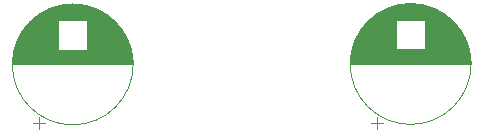
<source format=gbr>
%TF.GenerationSoftware,KiCad,Pcbnew,7.0.1*%
%TF.CreationDate,2024-05-21T14:39:34-07:00*%
%TF.ProjectId,Power_Filter_Board_V1,506f7765-725f-4466-996c-7465725f426f,rev?*%
%TF.SameCoordinates,Original*%
%TF.FileFunction,Legend,Top*%
%TF.FilePolarity,Positive*%
%FSLAX46Y46*%
G04 Gerber Fmt 4.6, Leading zero omitted, Abs format (unit mm)*
G04 Created by KiCad (PCBNEW 7.0.1) date 2024-05-21 14:39:34*
%MOMM*%
%LPD*%
G01*
G04 APERTURE LIST*
%ADD10C,0.120000*%
G04 APERTURE END LIST*
D10*
%TO.C,REF\u002A\u002A*%
X127535000Y-105947323D02*
X127535000Y-104947323D01*
X127035000Y-105447323D02*
X128035000Y-105447323D01*
X125330000Y-100467677D02*
X135490000Y-100467677D01*
X125330000Y-100427677D02*
X135490000Y-100427677D01*
X125330000Y-100387677D02*
X135490000Y-100387677D01*
X125331000Y-100347677D02*
X135489000Y-100347677D01*
X125332000Y-100307677D02*
X135488000Y-100307677D01*
X125333000Y-100267677D02*
X135487000Y-100267677D01*
X125335000Y-100227677D02*
X135485000Y-100227677D01*
X125337000Y-100187677D02*
X135483000Y-100187677D01*
X125340000Y-100147677D02*
X135480000Y-100147677D01*
X125342000Y-100107677D02*
X135478000Y-100107677D01*
X125345000Y-100067677D02*
X135475000Y-100067677D01*
X125348000Y-100027677D02*
X135472000Y-100027677D01*
X125352000Y-99987677D02*
X135468000Y-99987677D01*
X125356000Y-99947677D02*
X135464000Y-99947677D01*
X125360000Y-99907677D02*
X135460000Y-99907677D01*
X125365000Y-99867677D02*
X135455000Y-99867677D01*
X125370000Y-99827677D02*
X135450000Y-99827677D01*
X125375000Y-99787677D02*
X135445000Y-99787677D01*
X125380000Y-99746677D02*
X135440000Y-99746677D01*
X125386000Y-99706677D02*
X135434000Y-99706677D01*
X125392000Y-99666677D02*
X135428000Y-99666677D01*
X125399000Y-99626677D02*
X135421000Y-99626677D01*
X125406000Y-99586677D02*
X135414000Y-99586677D01*
X125413000Y-99546677D02*
X135407000Y-99546677D01*
X125420000Y-99506677D02*
X135400000Y-99506677D01*
X125428000Y-99466677D02*
X135392000Y-99466677D01*
X125436000Y-99426677D02*
X135384000Y-99426677D01*
X125445000Y-99386677D02*
X135375000Y-99386677D01*
X125454000Y-99346677D02*
X135366000Y-99346677D01*
X125463000Y-99306677D02*
X135357000Y-99306677D01*
X125472000Y-99266677D02*
X135348000Y-99266677D01*
X125482000Y-99226677D02*
X135338000Y-99226677D01*
X125492000Y-99186677D02*
X129169000Y-99186677D01*
X131651000Y-99186677D02*
X135328000Y-99186677D01*
X125503000Y-99146677D02*
X129169000Y-99146677D01*
X131651000Y-99146677D02*
X135317000Y-99146677D01*
X125513000Y-99106677D02*
X129169000Y-99106677D01*
X131651000Y-99106677D02*
X135307000Y-99106677D01*
X125525000Y-99066677D02*
X129169000Y-99066677D01*
X131651000Y-99066677D02*
X135295000Y-99066677D01*
X125536000Y-99026677D02*
X129169000Y-99026677D01*
X131651000Y-99026677D02*
X135284000Y-99026677D01*
X125548000Y-98986677D02*
X129169000Y-98986677D01*
X131651000Y-98986677D02*
X135272000Y-98986677D01*
X125560000Y-98946677D02*
X129169000Y-98946677D01*
X131651000Y-98946677D02*
X135260000Y-98946677D01*
X125573000Y-98906677D02*
X129169000Y-98906677D01*
X131651000Y-98906677D02*
X135247000Y-98906677D01*
X125586000Y-98866677D02*
X129169000Y-98866677D01*
X131651000Y-98866677D02*
X135234000Y-98866677D01*
X125599000Y-98826677D02*
X129169000Y-98826677D01*
X131651000Y-98826677D02*
X135221000Y-98826677D01*
X125613000Y-98786677D02*
X129169000Y-98786677D01*
X131651000Y-98786677D02*
X135207000Y-98786677D01*
X125627000Y-98746677D02*
X129169000Y-98746677D01*
X131651000Y-98746677D02*
X135193000Y-98746677D01*
X125642000Y-98706677D02*
X129169000Y-98706677D01*
X131651000Y-98706677D02*
X135178000Y-98706677D01*
X125656000Y-98666677D02*
X129169000Y-98666677D01*
X131651000Y-98666677D02*
X135164000Y-98666677D01*
X125672000Y-98626677D02*
X129169000Y-98626677D01*
X131651000Y-98626677D02*
X135148000Y-98626677D01*
X125687000Y-98586677D02*
X129169000Y-98586677D01*
X131651000Y-98586677D02*
X135133000Y-98586677D01*
X125703000Y-98546677D02*
X129169000Y-98546677D01*
X131651000Y-98546677D02*
X135117000Y-98546677D01*
X125720000Y-98506677D02*
X129169000Y-98506677D01*
X131651000Y-98506677D02*
X135100000Y-98506677D01*
X125736000Y-98466677D02*
X129169000Y-98466677D01*
X131651000Y-98466677D02*
X135084000Y-98466677D01*
X125753000Y-98426677D02*
X129169000Y-98426677D01*
X131651000Y-98426677D02*
X135067000Y-98426677D01*
X125771000Y-98386677D02*
X129169000Y-98386677D01*
X131651000Y-98386677D02*
X135049000Y-98386677D01*
X125789000Y-98346677D02*
X129169000Y-98346677D01*
X131651000Y-98346677D02*
X135031000Y-98346677D01*
X125807000Y-98306677D02*
X129169000Y-98306677D01*
X131651000Y-98306677D02*
X135013000Y-98306677D01*
X125826000Y-98266677D02*
X129169000Y-98266677D01*
X131651000Y-98266677D02*
X134994000Y-98266677D01*
X125846000Y-98226677D02*
X129169000Y-98226677D01*
X131651000Y-98226677D02*
X134974000Y-98226677D01*
X125865000Y-98186677D02*
X129169000Y-98186677D01*
X131651000Y-98186677D02*
X134955000Y-98186677D01*
X125885000Y-98146677D02*
X129169000Y-98146677D01*
X131651000Y-98146677D02*
X134935000Y-98146677D01*
X125906000Y-98106677D02*
X129169000Y-98106677D01*
X131651000Y-98106677D02*
X134914000Y-98106677D01*
X125927000Y-98066677D02*
X129169000Y-98066677D01*
X131651000Y-98066677D02*
X134893000Y-98066677D01*
X125948000Y-98026677D02*
X129169000Y-98026677D01*
X131651000Y-98026677D02*
X134872000Y-98026677D01*
X125970000Y-97986677D02*
X129169000Y-97986677D01*
X131651000Y-97986677D02*
X134850000Y-97986677D01*
X125993000Y-97946677D02*
X129169000Y-97946677D01*
X131651000Y-97946677D02*
X134827000Y-97946677D01*
X126015000Y-97906677D02*
X129169000Y-97906677D01*
X131651000Y-97906677D02*
X134805000Y-97906677D01*
X126039000Y-97866677D02*
X129169000Y-97866677D01*
X131651000Y-97866677D02*
X134781000Y-97866677D01*
X126063000Y-97826677D02*
X129169000Y-97826677D01*
X131651000Y-97826677D02*
X134757000Y-97826677D01*
X126087000Y-97786677D02*
X129169000Y-97786677D01*
X131651000Y-97786677D02*
X134733000Y-97786677D01*
X126112000Y-97746677D02*
X129169000Y-97746677D01*
X131651000Y-97746677D02*
X134708000Y-97746677D01*
X126137000Y-97706677D02*
X129169000Y-97706677D01*
X131651000Y-97706677D02*
X134683000Y-97706677D01*
X126163000Y-97666677D02*
X129169000Y-97666677D01*
X131651000Y-97666677D02*
X134657000Y-97666677D01*
X126189000Y-97626677D02*
X129169000Y-97626677D01*
X131651000Y-97626677D02*
X134631000Y-97626677D01*
X126216000Y-97586677D02*
X129169000Y-97586677D01*
X131651000Y-97586677D02*
X134604000Y-97586677D01*
X126244000Y-97546677D02*
X129169000Y-97546677D01*
X131651000Y-97546677D02*
X134576000Y-97546677D01*
X126272000Y-97506677D02*
X129169000Y-97506677D01*
X131651000Y-97506677D02*
X134548000Y-97506677D01*
X126300000Y-97466677D02*
X129169000Y-97466677D01*
X131651000Y-97466677D02*
X134520000Y-97466677D01*
X126330000Y-97426677D02*
X129169000Y-97426677D01*
X131651000Y-97426677D02*
X134490000Y-97426677D01*
X126360000Y-97386677D02*
X129169000Y-97386677D01*
X131651000Y-97386677D02*
X134460000Y-97386677D01*
X126390000Y-97346677D02*
X129169000Y-97346677D01*
X131651000Y-97346677D02*
X134430000Y-97346677D01*
X126421000Y-97306677D02*
X129169000Y-97306677D01*
X131651000Y-97306677D02*
X134399000Y-97306677D01*
X126453000Y-97266677D02*
X129169000Y-97266677D01*
X131651000Y-97266677D02*
X134367000Y-97266677D01*
X126485000Y-97226677D02*
X129169000Y-97226677D01*
X131651000Y-97226677D02*
X134335000Y-97226677D01*
X126518000Y-97186677D02*
X129169000Y-97186677D01*
X131651000Y-97186677D02*
X134302000Y-97186677D01*
X126552000Y-97146677D02*
X129169000Y-97146677D01*
X131651000Y-97146677D02*
X134268000Y-97146677D01*
X126586000Y-97106677D02*
X129169000Y-97106677D01*
X131651000Y-97106677D02*
X134234000Y-97106677D01*
X126621000Y-97066677D02*
X129169000Y-97066677D01*
X131651000Y-97066677D02*
X134199000Y-97066677D01*
X126657000Y-97026677D02*
X129169000Y-97026677D01*
X131651000Y-97026677D02*
X134163000Y-97026677D01*
X126694000Y-96986677D02*
X129169000Y-96986677D01*
X131651000Y-96986677D02*
X134126000Y-96986677D01*
X126731000Y-96946677D02*
X129169000Y-96946677D01*
X131651000Y-96946677D02*
X134089000Y-96946677D01*
X126770000Y-96906677D02*
X129169000Y-96906677D01*
X131651000Y-96906677D02*
X134050000Y-96906677D01*
X126809000Y-96866677D02*
X129169000Y-96866677D01*
X131651000Y-96866677D02*
X134011000Y-96866677D01*
X126849000Y-96826677D02*
X129169000Y-96826677D01*
X131651000Y-96826677D02*
X133971000Y-96826677D01*
X126890000Y-96786677D02*
X129169000Y-96786677D01*
X131651000Y-96786677D02*
X133930000Y-96786677D01*
X126932000Y-96746677D02*
X129169000Y-96746677D01*
X131651000Y-96746677D02*
X133888000Y-96746677D01*
X126974000Y-96706677D02*
X133846000Y-96706677D01*
X127018000Y-96666677D02*
X133802000Y-96666677D01*
X127063000Y-96626677D02*
X133757000Y-96626677D01*
X127109000Y-96586677D02*
X133711000Y-96586677D01*
X127156000Y-96546677D02*
X133664000Y-96546677D01*
X127204000Y-96506677D02*
X133616000Y-96506677D01*
X127254000Y-96466677D02*
X133566000Y-96466677D01*
X127304000Y-96426677D02*
X133516000Y-96426677D01*
X127356000Y-96386677D02*
X133464000Y-96386677D01*
X127410000Y-96346677D02*
X133410000Y-96346677D01*
X127465000Y-96306677D02*
X133355000Y-96306677D01*
X127521000Y-96266677D02*
X133299000Y-96266677D01*
X127580000Y-96226677D02*
X133240000Y-96226677D01*
X127640000Y-96186677D02*
X133180000Y-96186677D01*
X127701000Y-96146677D02*
X133119000Y-96146677D01*
X127765000Y-96106677D02*
X133055000Y-96106677D01*
X127831000Y-96066677D02*
X132989000Y-96066677D01*
X127900000Y-96026677D02*
X132920000Y-96026677D01*
X127971000Y-95986677D02*
X132849000Y-95986677D01*
X128045000Y-95946677D02*
X132775000Y-95946677D01*
X128121000Y-95906677D02*
X132699000Y-95906677D01*
X128201000Y-95866677D02*
X132619000Y-95866677D01*
X128285000Y-95826677D02*
X132535000Y-95826677D01*
X128373000Y-95786677D02*
X132447000Y-95786677D01*
X128466000Y-95746677D02*
X132354000Y-95746677D01*
X128564000Y-95706677D02*
X132256000Y-95706677D01*
X128668000Y-95666677D02*
X132152000Y-95666677D01*
X128780000Y-95626677D02*
X132040000Y-95626677D01*
X128900000Y-95586677D02*
X131920000Y-95586677D01*
X129032000Y-95546677D02*
X131788000Y-95546677D01*
X129180000Y-95506677D02*
X131640000Y-95506677D01*
X129348000Y-95466677D02*
X131472000Y-95466677D01*
X129548000Y-95426677D02*
X131272000Y-95426677D01*
X129811000Y-95386677D02*
X131009000Y-95386677D01*
X135530000Y-100467677D02*
G75*
G03*
X135530000Y-100467677I-5120000J0D01*
G01*
X160261000Y-98069000D02*
X163524000Y-98069000D01*
X155542000Y-96709000D02*
X157779000Y-96709000D01*
X160261000Y-98429000D02*
X163694000Y-98429000D01*
X155031000Y-97269000D02*
X157779000Y-97269000D01*
X154252000Y-98669000D02*
X157779000Y-98669000D01*
X156731000Y-95869000D02*
X161309000Y-95869000D01*
X160261000Y-97189000D02*
X162945000Y-97189000D01*
X157510000Y-95549000D02*
X160530000Y-95549000D01*
X153958000Y-99990000D02*
X164082000Y-99990000D01*
X160261000Y-98949000D02*
X163882000Y-98949000D01*
X154158000Y-98949000D02*
X157779000Y-98949000D01*
X154113000Y-99109000D02*
X157779000Y-99109000D01*
X156983000Y-95749000D02*
X161057000Y-95749000D01*
X157174000Y-95669000D02*
X160866000Y-95669000D01*
X160261000Y-96829000D02*
X162621000Y-96829000D01*
X154854000Y-97509000D02*
X157779000Y-97509000D01*
X153950000Y-100110000D02*
X164090000Y-100110000D01*
X160261000Y-98829000D02*
X163844000Y-98829000D01*
X160261000Y-97309000D02*
X163040000Y-97309000D01*
X155814000Y-96469000D02*
X162226000Y-96469000D01*
X154799000Y-97589000D02*
X157779000Y-97589000D01*
X160261000Y-98349000D02*
X163659000Y-98349000D01*
X160261000Y-97469000D02*
X163158000Y-97469000D01*
X156581000Y-95949000D02*
X161459000Y-95949000D01*
X154170000Y-98909000D02*
X157779000Y-98909000D01*
X154417000Y-98269000D02*
X157779000Y-98269000D01*
X153940000Y-100390000D02*
X164100000Y-100390000D01*
X154399000Y-98309000D02*
X157779000Y-98309000D01*
X156145000Y-105909646D02*
X156145000Y-104909646D01*
X154346000Y-98429000D02*
X157779000Y-98429000D01*
X157790000Y-95469000D02*
X160250000Y-95469000D01*
X154826000Y-97549000D02*
X157779000Y-97549000D01*
X155628000Y-96629000D02*
X162412000Y-96629000D01*
X160261000Y-98909000D02*
X163870000Y-98909000D01*
X154297000Y-98549000D02*
X157779000Y-98549000D01*
X154023000Y-99509000D02*
X164017000Y-99509000D01*
X154055000Y-99349000D02*
X163985000Y-99349000D01*
X157642000Y-95509000D02*
X160398000Y-95509000D01*
X155500000Y-96749000D02*
X157779000Y-96749000D01*
X154495000Y-98109000D02*
X157779000Y-98109000D01*
X153990000Y-99709000D02*
X164050000Y-99709000D01*
X160261000Y-98749000D02*
X163817000Y-98749000D01*
X160261000Y-97109000D02*
X162878000Y-97109000D01*
X154073000Y-99269000D02*
X163967000Y-99269000D01*
X160261000Y-98269000D02*
X163623000Y-98269000D01*
X155231000Y-97029000D02*
X157779000Y-97029000D01*
X160261000Y-96989000D02*
X162773000Y-96989000D01*
X157278000Y-95629000D02*
X160762000Y-95629000D01*
X156250000Y-96149000D02*
X161790000Y-96149000D01*
X160261000Y-99149000D02*
X163938000Y-99149000D01*
X154030000Y-99469000D02*
X164010000Y-99469000D01*
X156895000Y-95789000D02*
X161145000Y-95789000D01*
X155000000Y-97309000D02*
X157779000Y-97309000D01*
X154266000Y-98629000D02*
X157779000Y-98629000D01*
X160261000Y-98669000D02*
X163788000Y-98669000D01*
X160261000Y-98029000D02*
X163503000Y-98029000D01*
X160261000Y-98229000D02*
X163604000Y-98229000D01*
X155341000Y-96909000D02*
X157779000Y-96909000D01*
X153980000Y-99790000D02*
X164060000Y-99790000D01*
X156311000Y-96109000D02*
X161729000Y-96109000D01*
X154747000Y-97669000D02*
X157779000Y-97669000D01*
X157390000Y-95589000D02*
X160650000Y-95589000D01*
X153962000Y-99950000D02*
X164078000Y-99950000D01*
X156020000Y-96309000D02*
X162020000Y-96309000D01*
X154183000Y-98869000D02*
X157779000Y-98869000D01*
X155063000Y-97229000D02*
X157779000Y-97229000D01*
X156375000Y-96069000D02*
X161665000Y-96069000D01*
X154697000Y-97749000D02*
X157779000Y-97749000D01*
X154082000Y-99229000D02*
X163958000Y-99229000D01*
X160261000Y-98509000D02*
X163727000Y-98509000D01*
X154882000Y-97469000D02*
X157779000Y-97469000D01*
X153940000Y-100350000D02*
X164100000Y-100350000D01*
X160261000Y-98549000D02*
X163743000Y-98549000D01*
X155584000Y-96669000D02*
X162456000Y-96669000D01*
X160261000Y-98709000D02*
X163803000Y-98709000D01*
X154038000Y-99429000D02*
X164002000Y-99429000D01*
X160261000Y-97589000D02*
X163241000Y-97589000D01*
X154009000Y-99589000D02*
X164031000Y-99589000D01*
X160261000Y-97549000D02*
X163214000Y-97549000D01*
X156131000Y-96229000D02*
X161909000Y-96229000D01*
X154603000Y-97909000D02*
X157779000Y-97909000D01*
X155459000Y-96789000D02*
X157779000Y-96789000D01*
X155128000Y-97149000D02*
X157779000Y-97149000D01*
X153941000Y-100310000D02*
X164099000Y-100310000D01*
X157958000Y-95429000D02*
X160082000Y-95429000D01*
X153996000Y-99669000D02*
X164044000Y-99669000D01*
X160261000Y-97429000D02*
X163130000Y-97429000D01*
X154970000Y-97349000D02*
X157779000Y-97349000D01*
X160261000Y-97389000D02*
X163100000Y-97389000D01*
X160261000Y-98189000D02*
X163584000Y-98189000D01*
X160261000Y-98989000D02*
X163894000Y-98989000D01*
X160261000Y-96709000D02*
X162498000Y-96709000D01*
X154002000Y-99629000D02*
X164038000Y-99629000D01*
X160261000Y-99109000D02*
X163927000Y-99109000D01*
X158421000Y-95349000D02*
X159619000Y-95349000D01*
X154580000Y-97949000D02*
X157779000Y-97949000D01*
X154313000Y-98509000D02*
X157779000Y-98509000D01*
X154773000Y-97629000D02*
X157779000Y-97629000D01*
X160261000Y-97749000D02*
X163343000Y-97749000D01*
X154456000Y-98189000D02*
X157779000Y-98189000D01*
X160261000Y-96749000D02*
X162540000Y-96749000D01*
X154910000Y-97429000D02*
X157779000Y-97429000D01*
X155966000Y-96349000D02*
X162074000Y-96349000D01*
X154537000Y-98029000D02*
X157779000Y-98029000D01*
X154625000Y-97869000D02*
X157779000Y-97869000D01*
X156655000Y-95909000D02*
X161385000Y-95909000D01*
X156075000Y-96269000D02*
X161965000Y-96269000D01*
X160261000Y-98309000D02*
X163641000Y-98309000D01*
X160261000Y-98589000D02*
X163758000Y-98589000D01*
X160261000Y-98629000D02*
X163774000Y-98629000D01*
X155267000Y-96989000D02*
X157779000Y-96989000D01*
X155380000Y-96869000D02*
X157779000Y-96869000D01*
X154649000Y-97829000D02*
X157779000Y-97829000D01*
X160261000Y-96869000D02*
X162660000Y-96869000D01*
X160261000Y-98149000D02*
X163565000Y-98149000D01*
X154092000Y-99189000D02*
X163948000Y-99189000D01*
X154436000Y-98229000D02*
X157779000Y-98229000D01*
X153942000Y-100270000D02*
X164098000Y-100270000D01*
X155645000Y-105409646D02*
X156645000Y-105409646D01*
X160261000Y-97029000D02*
X162809000Y-97029000D01*
X156441000Y-96029000D02*
X161599000Y-96029000D01*
X154102000Y-99149000D02*
X157779000Y-99149000D01*
X153945000Y-100190000D02*
X164095000Y-100190000D01*
X160261000Y-97989000D02*
X163482000Y-97989000D01*
X160261000Y-98469000D02*
X163710000Y-98469000D01*
X160261000Y-97229000D02*
X162977000Y-97229000D01*
X155914000Y-96389000D02*
X162126000Y-96389000D01*
X153955000Y-100030000D02*
X164085000Y-100030000D01*
X160261000Y-98789000D02*
X163831000Y-98789000D01*
X154673000Y-97789000D02*
X157779000Y-97789000D01*
X156510000Y-95989000D02*
X161530000Y-95989000D01*
X160261000Y-97869000D02*
X163415000Y-97869000D01*
X153947000Y-100150000D02*
X164093000Y-100150000D01*
X155196000Y-97069000D02*
X157779000Y-97069000D01*
X155719000Y-96549000D02*
X162321000Y-96549000D01*
X155766000Y-96509000D02*
X162274000Y-96509000D01*
X160261000Y-97669000D02*
X163293000Y-97669000D01*
X160261000Y-97069000D02*
X162844000Y-97069000D01*
X154475000Y-98149000D02*
X157779000Y-98149000D01*
X160261000Y-97349000D02*
X163070000Y-97349000D01*
X154046000Y-99389000D02*
X163994000Y-99389000D01*
X155095000Y-97189000D02*
X157779000Y-97189000D01*
X154196000Y-98829000D02*
X157779000Y-98829000D01*
X155673000Y-96589000D02*
X162367000Y-96589000D01*
X160261000Y-99029000D02*
X163905000Y-99029000D01*
X154282000Y-98589000D02*
X157779000Y-98589000D01*
X160261000Y-97949000D02*
X163460000Y-97949000D01*
X155162000Y-97109000D02*
X157779000Y-97109000D01*
X160261000Y-96909000D02*
X162699000Y-96909000D01*
X154363000Y-98389000D02*
X157779000Y-98389000D01*
X160261000Y-98869000D02*
X163857000Y-98869000D01*
X154237000Y-98709000D02*
X157779000Y-98709000D01*
X160261000Y-97909000D02*
X163437000Y-97909000D01*
X153966000Y-99910000D02*
X164074000Y-99910000D01*
X154064000Y-99309000D02*
X163976000Y-99309000D01*
X160261000Y-96949000D02*
X162736000Y-96949000D01*
X153943000Y-100230000D02*
X164097000Y-100230000D01*
X154146000Y-98989000D02*
X157779000Y-98989000D01*
X154016000Y-99549000D02*
X164024000Y-99549000D01*
X156811000Y-95829000D02*
X161229000Y-95829000D01*
X160261000Y-97149000D02*
X162912000Y-97149000D01*
X160261000Y-97629000D02*
X163267000Y-97629000D01*
X154209000Y-98789000D02*
X157779000Y-98789000D01*
X154516000Y-98069000D02*
X157779000Y-98069000D01*
X160261000Y-99069000D02*
X163917000Y-99069000D01*
X153985000Y-99750000D02*
X164055000Y-99750000D01*
X155304000Y-96949000D02*
X157779000Y-96949000D01*
X154722000Y-97709000D02*
X157779000Y-97709000D01*
X160261000Y-97269000D02*
X163009000Y-97269000D01*
X160261000Y-96789000D02*
X162581000Y-96789000D01*
X154381000Y-98349000D02*
X157779000Y-98349000D01*
X160261000Y-98109000D02*
X163545000Y-98109000D01*
X155864000Y-96429000D02*
X162176000Y-96429000D01*
X153970000Y-99870000D02*
X164070000Y-99870000D01*
X153952000Y-100070000D02*
X164088000Y-100070000D01*
X157076000Y-95709000D02*
X160964000Y-95709000D01*
X154223000Y-98749000D02*
X157779000Y-98749000D01*
X155419000Y-96829000D02*
X157779000Y-96829000D01*
X154123000Y-99069000D02*
X157779000Y-99069000D01*
X158158000Y-95389000D02*
X159882000Y-95389000D01*
X154135000Y-99029000D02*
X157779000Y-99029000D01*
X154330000Y-98469000D02*
X157779000Y-98469000D01*
X154940000Y-97389000D02*
X157779000Y-97389000D01*
X156190000Y-96189000D02*
X161850000Y-96189000D01*
X160261000Y-98389000D02*
X163677000Y-98389000D01*
X160261000Y-97789000D02*
X163367000Y-97789000D01*
X154558000Y-97989000D02*
X157779000Y-97989000D01*
X160261000Y-97709000D02*
X163318000Y-97709000D01*
X160261000Y-97509000D02*
X163186000Y-97509000D01*
X160261000Y-97829000D02*
X163391000Y-97829000D01*
X153940000Y-100430000D02*
X164100000Y-100430000D01*
X153975000Y-99830000D02*
X164065000Y-99830000D01*
X164140000Y-100430000D02*
G75*
G03*
X164140000Y-100430000I-5120000J0D01*
G01*
%TD*%
M02*

</source>
